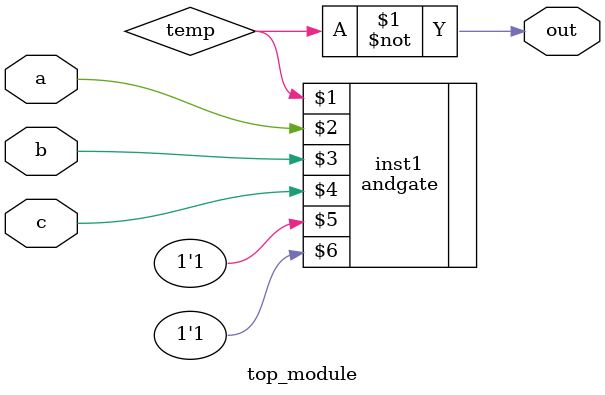
<source format=v>
module top_module (input a, input b, input c, output out);//
	wire temp;
    andgate inst1 ( temp,a, b, c, 1'b1,1'b1 );
	assign out=~temp;
endmodule

</source>
